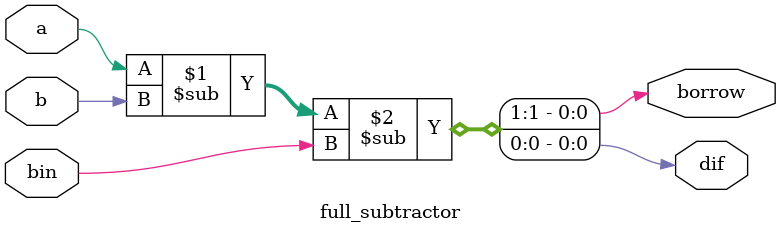
<source format=v>
module full_subtractor(input a,b,bin,output dif,borrow);
  assign {borrow,dif} = a-b-bin;
endmodule

</source>
